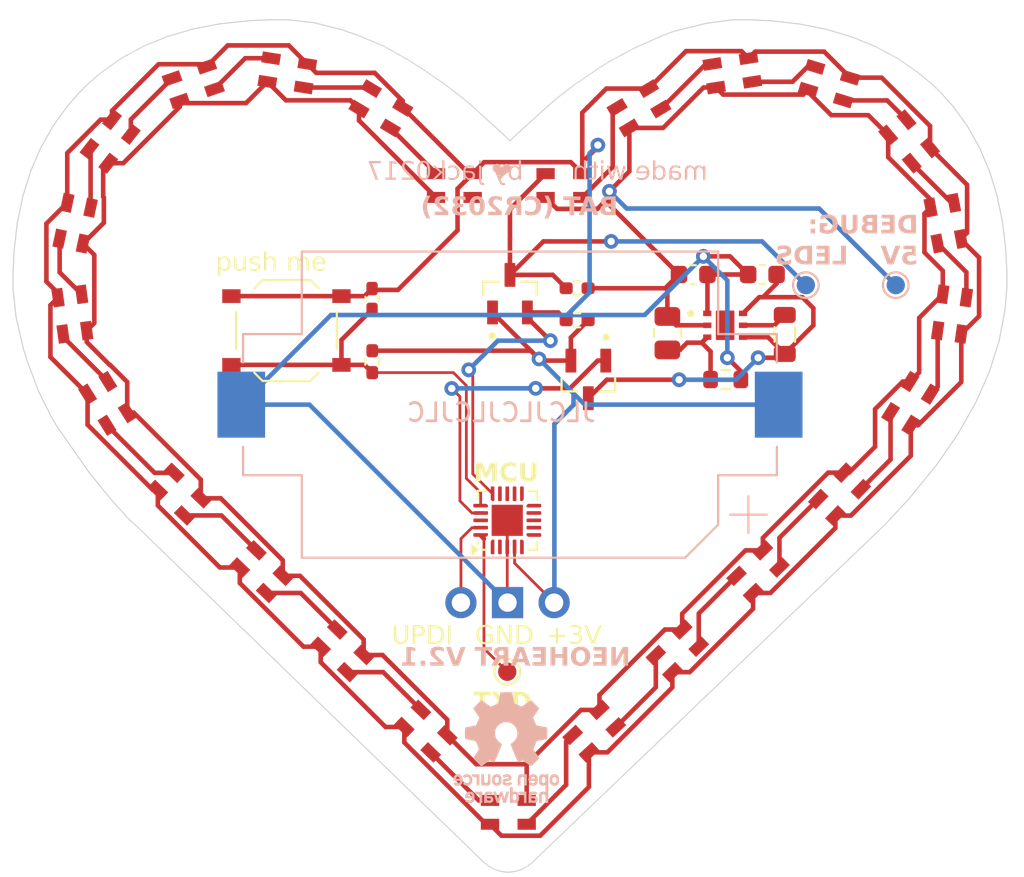
<source format=kicad_pcb>
(kicad_pcb (version 20240108) (generator "pcbnew") (generator_version "8.0")
  (layers (0 "F.Cu" signal) (31 "B.Cu" signal) (34 "B.Paste" user) (35 "F.Paste" user) (36 "B.SilkS" user "B.Silkscreen") (37 "F.SilkS" user "F.Silkscreen") (38 "B.Mask" user) (39 "F.Mask" user) (44 "Edge.Cuts" user))
  (net 0 "")
  (net 1 "+3V0")
  (net 2 "GND")
  (net 3 "/SW_ANIM")
  (net 4 "+5V")
  (net 5 "Net-(D3-DOUT)")
  (net 6 "Net-(D25-DOUT)")
  (net 7 "Net-(D6-DOUT)")
  (net 8 "Net-(D10-DIN)")
  (net 9 "Net-(D16-DOUT)")
  (net 10 "Net-(D17-DOUT)")
  (net 11 "Net-(D18-DOUT)")
  (net 12 "Net-(D19-DOUT)")
  (net 13 "Net-(D20-DOUT)")
  (net 14 "Net-(D21-DOUT)")
  (net 15 "Net-(D22-DOUT)")
  (net 16 "Net-(D23-DOUT)")
  (net 17 "Net-(D1-DOUT)")
  (net 18 "/IO_LEDS")
  (net 19 "Net-(D2-DOUT)")
  (net 20 "Net-(D2-DIN)")
  (net 21 "Net-(D4-DOUT)")
  (net 22 "Net-(D5-DOUT)")
  (net 23 "Net-(D11-DIN)")
  (net 24 "Net-(D12-DIN)")
  (net 25 "Net-(D10-DOUT)")
  (net 26 "Net-(D11-DOUT)")
  (net 27 "Net-(U2-L)")
  (net 28 "/BOOST_3V0")
  (net 29 "/LED_DATA")
  (net 30 "Net-(U2-FB)")
  (net 31 "/UPDI")
  (net 32 "/BOOST_MOSFET")
  (net 33 "Net-(D12-DOUT)")
  (net 34 "Net-(D13-DOUT)")
  (net 35 "Net-(D14-DOUT)")
  (net 37 "/TX")
  (footprint "lib:LED_SK6805_PLCC4_2.4x2.7mm_P1.3mm" (layer "F.Cu") (at 53.26 35.205 180)
    (property "Reference" "D1" (hide yes))
    (property "Value" "SK6805")
  )
  (footprint "lib:LED_SK6805_PLCC4_2.4x2.7mm_P1.3mm" (layer "F.Cu") (at 62.44 29.06 -171)
    (property "Reference" "D7" (hide yes))
    (property "Value" "SK6805")
  )
  (footprint "lib:LED_SK6805_PLCC4_2.4x2.7mm_P1.3mm" (layer "F.Cu") (at 72.08 32.8 130)
    (property "Reference" "D13" (hide yes))
    (property "Value" "SK6805")
  )
  (footprint "Connector_PinHeader_2.54mm:PinHeader_1x03_P2.54mm_Vertical" (layer "F.Cu") (at 47.645 57.96 90)
    (property "Reference" "J1")
    (property "Value" "Conn_01x03")
  )
  (footprint "Inductor_SMD:L_0805_2012Metric" (layer "F.Cu") (at 65.3 43.33 90)
    (property "Reference" "L1" (hide yes))
    (property "Value" "MLP2012V4R7MT0S1")
  )
  (footprint "lib:LED_SK6805_PLCC4_2.4x2.7mm_P1.3mm" (layer "F.Cu") (at 28.37 47.09 -58)
    (property "Reference" "D21" (hide yes))
    (property "Value" "SK6805")
  )
  (footprint "lib:LED_SK6805_PLCC4_2.4x2.7mm_P1.3mm" (layer "F.Cu") (at 57.35 30.99 -149)
    (property "Reference" "D4" (hide yes))
    (property "Value" "SK6805")
  )
  (footprint "lib:LED_SK6805_PLCC4_2.4x2.7mm_P1.3mm" (layer "F.Cu") (at 45.73 64.97 -44)
    (property "Reference" "D11" (hide yes))
    (property "Value" "SK6805")
  )
  (footprint "lib:LED_SK6805_PLCC4_2.4x2.7mm_P1.3mm" (layer "F.Cu") (at 74.08 37.26 101)
    (property "Reference" "D16" (hide yes))
    (property "Value" "SK6805")
  )
  (footprint "lib:LED_SK6805_PLCC4_2.4x2.7mm_P1.3mm" (layer "F.Cu") (at 43.28 30.99 149)
    (property "Reference" "D12" (hide yes))
    (property "Value" "SK6805")
  )
  (footprint "Resistor_SMD:R_0402_1005Metric_Pad0.72x0.64mm_HandSolder" (layer "F.Cu") (at 53.98 40.81 180)
    (property "Reference" "R5" (hide yes))
    (property "Value" "10K")
  )
  (footprint "lib:LED_SK6805_PLCC4_2.4x2.7mm_P1.3mm" (layer "F.Cu") (at 74.42 42.22 82)
    (property "Reference" "D18" (hide yes))
    (property "Value" "SK6805")
  )
  (footprint "lib:LED_SK6805_PLCC4_2.4x2.7mm_P1.3mm" (layer "F.Cu") (at 67.72 29.65 163)
    (property "Reference" "D10" (hide yes))
    (property "Value" "SK6805")
  )
  (footprint "Resistor_SMD:R_0402_1005Metric_Pad0.72x0.64mm_HandSolder" (layer "F.Cu") (at 53.98 42.56 180)
    (property "Reference" "R4" (hide yes))
    (property "Value" "10K")
  )
  (footprint "lib:SOT95P237X112-3N" (layer "F.Cu") (at 50.317973 41.105 90)
    (property "Reference" "Q2" (hide yes))
    (property "Value" "BSS138")
  )
  (footprint "Resistor_SMD:R_0805_2012Metric" (layer "F.Cu") (at 58.9 43.26 90)
    (property "Reference" "R2" (hide yes))
    (property "Value" "180kΩ")
  )
  (footprint "Button_Switch_SMD:SW_Push_1P1T_XKB_TS-1187A" (layer "F.Cu") (at 38.13 43.115)
    (property "Reference" "SW-ANIM1")
    (property "Value" "TS-1187A-B-A-B")
  )
  (footprint "lib:LED_SK6805_PLCC4_2.4x2.7mm_P1.3mm" (layer "F.Cu") (at 63.84 56.27 44)
    (property "Reference" "D24" (hide yes))
    (property "Value" "SK6805")
  )
  (footprint "lib:SON65P200X200X80-7N" (layer "F.Cu") (at 62.05 42.83)
    (property "Reference" "U2" (hide yes))
    (property "Value" "TPS61240TDRVRQ1")
  )
  (footprint "lib:LED_SK6805_PLCC4_2.4x2.7mm_P1.3mm" (layer "F.Cu") (at 36.76 56.27 -44)
    (property "Reference" "D17" (hide yes))
    (property "Value" "SK6805")
  )
  (footprint "lib:LED_SK6805_PLCC4_2.4x2.7mm_P1.3mm" (layer "F.Cu") (at 32.29 52.04 -44)
    (property "Reference" "D19" (hide yes))
    (property "Value" "SK6805")
  )
  (footprint "lib:LED_SK6805_PLCC4_2.4x2.7mm_P1.3mm" (layer "F.Cu") (at 47.285 35.205 180)
    (property "Reference" "D15" (hide yes))
    (property "Value" "SK6805")
  )
  (footprint "Package_DFN_QFN:VQFN-20-1EP_3x3mm_P0.4mm_EP1.7x1.7mm" (layer "F.Cu") (at 50.17 53.47 90)
    (property "Reference" "MCU1")
    (property "Value" "ATtiny816-MNR")
  )
  (footprint "lib:LED_SK6805_PLCC4_2.4x2.7mm_P1.3mm" (layer "F.Cu") (at 68.287088 52.04 46)
    (property "Reference" "D22" (hide yes))
    (property "Value" "SK6805")
  )
  (footprint "Capacitor_SMD:C_0603_1608Metric" (layer "F.Cu") (at 64.08 40.06 180)
    (property "Reference" "C3" (hide yes))
    (property "Value" "22μF")
  )
  (footprint "lib:LED_SK6805_PLCC4_2.4x2.7mm_P1.3mm" (layer "F.Cu") (at 41.17 60.59 -44)
    (property "Reference" "D14" (hide yes))
    (property "Value" "SK6805")
  )
  (footprint "lib:LED_SK6805_PLCC4_2.4x2.7mm_P1.3mm" (layer "F.Cu") (at 33.05 29.65 -161)
    (property "Reference" "D6" (hide yes))
    (property "Value" "SK6805")
  )
  (footprint "Resistor_SMD:R_0603_1608Metric" (layer "F.Cu") (at 62.08 45.79 180)
    (property "Reference" "R3" (hide yes))
    (property "Value" "1,5MΩ")
  )
  (footprint "Capacitor_SMD:C_0603_1608Metric" (layer "F.Cu") (at 60.31 40.06)
    (property "Reference" "C4" (hide yes))
    (property "Value" "22μF")
  )
  (footprint "Capacitor_SMD:C_0402_1005Metric_Pad0.74x0.62mm_HandSolder" (layer "F.Cu") (at 42.8 41.395 90)
    (property "Reference" "C2" (hide yes))
    (property "Value" "100nF")
  )
  (footprint "lib:LED_SK6805_PLCC4_2.4x2.7mm_P1.3mm" (layer "F.Cu") (at 28.52 32.8 -128)
    (property "Reference" "D3" (hide yes))
    (property "Value" "SK6805")
  )
  (footprint "lib:LED_SK6805_PLCC4_2.4x2.7mm_P1.3mm" (layer "F.Cu") (at 50.23 69.4)
    (property "Reference" "D8" (hide yes))
    (property "Value" "SK6805")
  )
  (footprint "lib:LED_SK6805_PLCC4_2.4x2.7mm_P1.3mm" (layer "F.Cu") (at 72.15 47.09 58)
    (property "Reference" "D20" (hide yes))
    (property "Value" "SK6805")
  )
  (footprint "lib:LED_SK6805_PLCC4_2.4x2.7mm_P1.3mm" (layer "F.Cu") (at 38.18 29.06 171)
    (property "Reference" "D9" (hide yes))
    (property "Value" "SK6805")
  )
  (footprint "lib:LED_SK6805_PLCC4_2.4x2.7mm_P1.3mm" (layer "F.Cu") (at 26.46 42.22 -82)
    (property "Reference" "D23" (hide yes))
    (property "Value" "SK6805")
  )
  (footprint "lib:LED_SK6805_PLCC4_2.4x2.7mm_P1.3mm" (layer "F.Cu") (at 54.91 64.97 43)
    (property "Reference" "D5" (hide yes))
    (property "Value" "SK6805")
  )
  (footprint "lib:SOT95P237X112-3N" (layer "F.Cu") (at 54.59 45.7825 -90)
    (property "Reference" "Q1" (hide yes))
    (property "Value" "A1SHB")
  )
  (footprint "Resistor_SMD:R_0402_1005Metric_Pad0.72x0.64mm_HandSolder" (layer "F.Cu") (at 42.81 44.815 -90)
    (property "Reference" "R1" (hide yes))
    (property "Value" "1K")
  )
  (footprint "lib:LED_SK6805_PLCC4_2.4x2.7mm_P1.3mm" (layer "F.Cu") (at 26.61 37.26 -102)
    (property "Reference" "D25" (hide yes))
    (property "Value" "SK6805")
  )
  (footprint "TestPoint:TestPoint_Pad_D1.0mm" (layer "F.Cu") (at 50.17 61.73)
    (property "Reference" "TP4")
    (property "Value" "PC3")
  )
  (footprint "lib:LED_SK6805_PLCC4_2.4x2.7mm_P1.3mm" (layer "F.Cu") (at 59.44 60.59 44)
    (property "Reference" "D2" (hide yes))
    (property "Value" "SK6805")
  )
  (footprint "Battery:BatteryHolder_Keystone_1060_1x2032" (layer "B.Cu") (at 50.317973 47.16 180)
    (property "Reference" "BT1")
    (property "Value" "Battery")
  )
  (footprint "Symbol:OSHW-Logo_5.7x6mm_SilkScreen" (layer "B.Cu") (at 50.12 65.87 180)
    (property "Reference" "REF**" (hide yes))
    (property "Value" "OSHW-Logo_5.7x6mm_SilkScreen" (hide yes))
  )
  (footprint "TestPoint:TestPoint_Pad_D1.0mm" (layer "B.Cu") (at 71.351968 40.64 180)
    (property "Reference" "TP2")
    (property "Value" "PC3")
  )
  (footprint "TestPoint:TestPoint_Pad_D1.0mm" (layer "B.Cu") (at 66.45 40.64 180)
    (property "Reference" "TP1")
    (property "Value" "PC3")
  )
  (gr_line (start 50.219561 72.663989) (end 50.127359 72.663989) (stroke (width 0.06)) (layer "Edge.Cuts"))
  (gr_line (start 70.934378 53.525521) (end 70.514821 53.945154) (stroke (width 0.06)) (layer "Edge.Cuts"))
  (gr_line (start 26.828767 30.143322) (end 27.066892 29.905654) (stroke (width 0.06)) (layer "Edge.Cuts"))
  (gr_line (start 43.409033 27.590546) (end 44.899429 28.427755) (stroke (width 0.06)) (layer "Edge.Cuts"))
  (gr_line (start 29.234408 53.058339) (end 29.152547 52.976576) (stroke (width 0.06)) (layer "Edge.Cuts"))
  (gr_line (start 45.465748 28.797325) (end 46.734173 29.659224) (stroke (width 0.06)) (layer "Edge.Cuts"))
  (gr_line (start 49.851286 72.626782) (end 49.492765 72.515987) (stroke (width 0.06)) (layer "Edge.Cuts"))
  (gr_line (start 58.766 26.974545) (end 59.086498 26.851787) (stroke (width 0.06)) (layer "Edge.Cuts"))
  (gr_line (start 70.514821 53.945154) (end 51.598781 72.07281) (stroke (width 0.06)) (layer "Edge.Cuts"))
  (gr_line (start 25.638142 48.378058) (end 25.490558 48.132161) (stroke (width 0.06)) (layer "Edge.Cuts"))
  (gr_line (start 23.384634 42.344009) (end 23.224644 40.847441) (stroke (width 0.06)) (layer "Edge.Cuts"))
  (gr_line (start 77.350952 38.727862) (end 77.411302 39.943252) (stroke (width 0.06)) (layer "Edge.Cuts"))
  (gr_line (start 29.152547 52.976576) (end 28.917325 52.72222) (stroke (width 0.06)) (layer "Edge.Cuts"))
  (gr_line (start 28.09835 51.755623) (end 27.693629 51.255523) (stroke (width 0.06)) (layer "Edge.Cuts"))
  (gr_line (start 39.62837 26.321816) (end 41.229104 26.728648) (stroke (width 0.06)) (layer "Edge.Cuts"))
  (gr_line (start 52.386689 30.866384) (end 52.583894 30.694096) (stroke (width 0.06)) (layer "Edge.Cuts"))
  (gr_line (start 55.440937 28.624961) (end 55.711752 28.45252) (stroke (width 0.06)) (layer "Edge.Cuts"))
  (gr_line (start 31.647868 27.072996) (end 33.024193 26.670736) (stroke (width 0.06)) (layer "Edge.Cuts"))
  (gr_line (start 77.411302 40.765602) (end 77.304622 42.015739) (stroke (width 0.06)) (layer "Edge.Cuts"))
  (gr_line (start 25.342547 47.88573) (end 24.628172 46.45698) (stroke (width 0.06)) (layer "Edge.Cuts"))
  (gr_line (start 72.56201 29.037508) (end 73.329725 29.675454) (stroke (width 0.06)) (layer "Edge.Cuts"))
  (gr_line (start 24.012605 44.831939) (end 23.914215 44.487134) (stroke (width 0.06)) (layer "Edge.Cuts"))
  (gr_line (start 77.304622 42.015739) (end 76.984658 43.69252) (stroke (width 0.06)) (layer "Edge.Cuts"))
  (gr_line (start 25.490558 48.132161) (end 25.342547 47.88573) (stroke (width 0.06)) (layer "Edge.Cuts"))
  (gr_line (start 27.362487 50.841681) (end 25.638142 48.378058) (stroke (width 0.06)) (layer "Edge.Cuts"))
  (gr_line (start 77.411302 40.348864) (end 77.411302 40.765602) (stroke (width 0.06)) (layer "Edge.Cuts"))
  (gr_line (start 55.711752 28.45252) (end 57.189727 27.664155) (stroke (width 0.06)) (layer "Edge.Cuts"))
  (gr_line (start 51.598781 72.07281) (end 51.527229 72.143918) (stroke (width 0.06)) (layer "Edge.Cuts"))
  (gr_line (start 76.450115 45.378064) (end 75.699317 47.072981) (stroke (width 0.06)) (layer "Edge.Cuts"))
  (gr_line (start 59.086498 26.851787) (end 59.406385 26.752956) (stroke (width 0.06)) (layer "Edge.Cuts"))
  (gr_line (start 25.385546 31.99422) (end 26.166071 30.907761) (stroke (width 0.06)) (layer "Edge.Cuts"))
  (gr_line (start 77.171044 37.192889) (end 77.350952 38.727862) (stroke (width 0.06)) (layer "Edge.Cuts"))
  (gr_line (start 47.854922 30.521655) (end 48.052052 30.694096) (stroke (width 0.06)) (layer "Edge.Cuts"))
  (gr_line (start 59.406385 26.752956) (end 61.007576 26.358621) (stroke (width 0.06)) (layer "Edge.Cuts"))
  (gr_line (start 29.454345 53.319628) (end 29.285257 53.126233) (stroke (width 0.06)) (layer "Edge.Cuts"))
  (gr_line (start 41.869489 26.950237) (end 43.409033 27.590546) (stroke (width 0.06)) (layer "Edge.Cuts"))
  (gr_line (start 27.55967 51.088035) (end 27.362487 50.841681) (stroke (width 0.06)) (layer "Edge.Cuts"))
  (gr_line (start 37.707292 26.161796) (end 38.187276 26.161796) (stroke (width 0.06)) (layer "Edge.Cuts"))
  (gr_line (start 51.286132 72.331193) (end 50.945975 72.515987) (stroke (width 0.06)) (layer "Edge.Cuts"))
  (gr_line (start 50.145571 32.590409) (end 50.318011 32.762697) (stroke (width 0.06)) (layer "Edge.Cuts"))
  (gr_line (start 73.56907 29.905654) (end 73.807576 30.135093) (stroke (width 0.06)) (layer "Edge.Cuts"))
  (gr_line (start 29.172389 28.239999) (end 30.364256 27.595042) (stroke (width 0.06)) (layer "Edge.Cuts"))
  (gr_line (start 73.807576 30.135093) (end 74.469449 30.879643) (stroke (width 0.06)) (layer "Edge.Cuts"))
  (gr_line (start 41.549449 26.851787) (end 41.869489 26.950237) (stroke (width 0.06)) (layer "Edge.Cuts"))
  (gr_line (start 68.987621 27.109724) (end 70.271667 27.638476) (stroke (width 0.06)) (layer "Edge.Cuts"))
  (gr_line (start 50.490376 32.590409) (end 52.386689 30.866384) (stroke (width 0.06)) (layer "Edge.Cuts"))
  (gr_line (start 76.450573 34.388272) (end 76.871044 35.745546) (stroke (width 0.06)) (layer "Edge.Cuts"))
  (gr_line (start 23.464423 37.206986) (end 23.764559 35.77153) (stroke (width 0.06)) (layer "Edge.Cuts"))
  (gr_line (start 24.628172 46.45698) (end 24.012605 44.831939) (stroke (width 0.06)) (layer "Edge.Cuts"))
  (gr_line (start 48.840036 72.07281) (end 30.022781 53.846323) (stroke (width 0.06)) (layer "Edge.Cuts"))
  (gr_line (start 23.914215 44.487134) (end 23.791017 44.117564) (stroke (width 0.06)) (layer "Edge.Cuts"))
  (gr_line (start 50.318011 32.762697) (end 50.490376 32.590409) (stroke (width 0.06)) (layer "Edge.Cuts"))
  (gr_line (start 72.14032 52.212976) (end 70.934378 53.525521) (stroke (width 0.06)) (layer "Edge.Cuts"))
  (gr_line (start 27.304605 29.667529) (end 28.073547 29.009009) (stroke (width 0.06)) (layer "Edge.Cuts"))
  (gr_line (start 55.169818 28.797325) (end 55.440937 28.624961) (stroke (width 0.06)) (layer "Edge.Cuts"))
  (gr_line (start 23.224644 40.847441) (end 23.224644 40.348864) (stroke (width 0.06)) (layer "Edge.Cuts"))
  (gr_line (start 27.066892 29.905654) (end 27.304605 29.667529) (stroke (width 0.06)) (layer "Edge.Cuts"))
  (gr_line (start 34.493024 26.386281) (end 36.053676 26.217193) (stroke (width 0.06)) (layer "Edge.Cuts"))
  (gr_line (start 23.791017 44.117564) (end 23.384634 42.344009) (stroke (width 0.06)) (layer "Edge.Cuts"))
  (gr_line (start 74.731577 48.777118) (end 73.545524 50.490627) (stroke (width 0.06)) (layer "Edge.Cuts"))
  (gr_line (start 23.284589 38.732053) (end 23.464423 37.206986) (stroke (width 0.06)) (layer "Edge.Cuts"))
  (gr_line (start 28.917325 52.72222) (end 28.544417 52.294357) (stroke (width 0.06)) (layer "Edge.Cuts"))
  (gr_line (start 37.293907 26.161796) (end 37.707292 26.161796) (stroke (width 0.06)) (layer "Edge.Cuts"))
  (gr_line (start 41.229104 26.728648) (end 41.549449 26.851787) (stroke (width 0.06)) (layer "Edge.Cuts"))
  (gr_line (start 28.544417 52.294357) (end 28.09835 51.755623) (stroke (width 0.06)) (layer "Edge.Cuts"))
  (gr_line (start 74.469449 30.879643) (end 75.249965 31.952844) (stroke (width 0.06)) (layer "Edge.Cuts"))
  (gr_line (start 62.448289 26.161796) (end 62.928654 26.161796) (stroke (width 0.06)) (layer "Edge.Cuts"))
  (gr_line (start 48.052052 30.694096) (end 48.2488 30.866384) (stroke (width 0.06)) (layer "Edge.Cuts"))
  (gr_line (start 71.46313 28.281375) (end 72.56201 29.037508) (stroke (width 0.06)) (layer "Edge.Cuts"))
  (gr_line (start 44.899429 28.427755) (end 45.195009 28.624961) (stroke (width 0.06)) (layer "Edge.Cuts"))
  (gr_line (start 62.928654 26.161796) (end 63.341734 26.161796) (stroke (width 0.06)) (layer "Edge.Cuts"))
  (gr_line (start 33.024193 26.670736) (end 34.493024 26.386281) (stroke (width 0.06)) (layer "Edge.Cuts"))
  (gr_line (start 67.611373 26.696796) (end 68.987621 27.109724) (stroke (width 0.06)) (layer "Edge.Cuts"))
  (gr_line (start 24.725327 33.166252) (end 25.385546 31.99422) (stroke (width 0.06)) (layer "Edge.Cuts"))
  (gr_line (start 50.311382 72.663989) (end 50.219561 72.663989) (stroke (width 0.06)) (layer "Edge.Cuts"))
  (gr_line (start 49.492765 72.515987) (end 49.152532 72.331193) (stroke (width 0.06)) (layer "Edge.Cuts"))
  (gr_line (start 64.581889 26.221384) (end 66.142922 26.400302) (stroke (width 0.06)) (layer "Edge.Cuts"))
  (gr_line (start 24.185 34.425) (end 24.725327 33.166252) (stroke (width 0.06)) (layer "Edge.Cuts"))
  (gr_line (start 48.911131 72.143918) (end 48.840036 72.07281) (stroke (width 0.06)) (layer "Edge.Cuts"))
  (gr_line (start 70.271667 27.638476) (end 71.46313 28.281375) (stroke (width 0.06)) (layer "Edge.Cuts"))
  (gr_line (start 28.073547 29.009009) (end 29.172389 28.239999) (stroke (width 0.06)) (layer "Edge.Cuts"))
  (gr_line (start 45.195009 28.624961) (end 45.465748 28.797325) (stroke (width 0.06)) (layer "Edge.Cuts"))
  (gr_line (start 46.734173 29.659224) (end 47.854922 30.521655) (stroke (width 0.06)) (layer "Edge.Cuts"))
  (gr_line (start 26.166071 30.907761) (end 26.828767 30.143322) (stroke (width 0.06)) (layer "Edge.Cuts"))
  (gr_line (start 52.583894 30.694096) (end 52.780719 30.521655) (stroke (width 0.06)) (layer "Edge.Cuts"))
  (gr_line (start 29.285257 53.126233) (end 29.234408 53.058339) (stroke (width 0.06)) (layer "Edge.Cuts"))
  (gr_line (start 29.983096 53.806623) (end 29.857831 53.695447) (stroke (width 0.06)) (layer "Edge.Cuts"))
  (gr_line (start 66.142922 26.400302) (end 67.611373 26.696796) (stroke (width 0.06)) (layer "Edge.Cuts"))
  (gr_line (start 75.910162 33.123276) (end 76.450573 34.388272) (stroke (width 0.06)) (layer "Edge.Cuts"))
  (gr_line (start 30.364256 27.595042) (end 31.647868 27.072996) (stroke (width 0.06)) (layer "Edge.Cuts"))
  (gr_line (start 53.901392 29.659224) (end 55.169818 28.797325) (stroke (width 0.06)) (layer "Edge.Cuts"))
  (gr_line (start 75.249965 31.952844) (end 75.910162 33.123276) (stroke (width 0.06)) (layer "Edge.Cuts"))
  (gr_line (start 30.022781 53.846323) (end 29.983096 53.806623) (stroke (width 0.06)) (layer "Edge.Cuts"))
  (gr_line (start 29.665182 53.525902) (end 29.454345 53.319628) (stroke (width 0.06)) (layer "Edge.Cuts"))
  (gr_line (start 77.411302 39.943252) (end 77.411302 40.348864) (stroke (width 0.06)) (layer "Edge.Cuts"))
  (gr_line (start 48.2488 30.866384) (end 50.145571 32.590409) (stroke (width 0.06)) (layer "Edge.Cuts"))
  (gr_line (start 23.224644 40.348864) (end 23.224644 39.944547) (stroke (width 0.06)) (layer "Edge.Cuts"))
  (gr_line (start 29.857831 53.695447) (end 29.665182 53.525902) (stroke (width 0.06)) (layer "Edge.Cuts"))
  (gr_line (start 76.871044 35.745546) (end 77.171044 37.192889) (stroke (width 0.06)) (layer "Edge.Cuts"))
  (gr_line (start 57.189727 27.664155) (end 58.766 26.974545) (stroke (width 0.06)) (layer "Edge.Cuts"))
  (gr_line (start 73.329725 29.675454) (end 73.56907 29.905654) (stroke (width 0.06)) (layer "Edge.Cuts"))
  (gr_line (start 23.764559 35.77153) (end 24.185 34.425) (stroke (width 0.06)) (layer "Edge.Cuts"))
  (gr_line (start 50.127359 72.663989) (end 49.851286 72.626782) (stroke (width 0.06)) (layer "Edge.Cuts"))
  (gr_line (start 27.693629 51.255523) (end 27.55967 51.088035) (stroke (width 0.06)) (layer "Edge.Cuts"))
  (gr_line (start 75.699317 47.072981) (end 74.731577 48.777118) (stroke (width 0.06)) (layer "Edge.Cuts"))
  (gr_line (start 38.187276 26.161796) (end 39.62837 26.321816) (stroke (width 0.06)) (layer "Edge.Cuts"))
  (gr_line (start 76.984658 43.69252) (end 76.450115 45.378064) (stroke (width 0.06)) (layer "Edge.Cuts"))
  (gr_line (start 50.945975 72.515987) (end 50.58715 72.626782) (stroke (width 0.06)) (layer "Edge.Cuts"))
  (gr_line (start 73.545524 50.490627) (end 72.14032 52.212976) (stroke (width 0.06)) (layer "Edge.Cuts"))
  (gr_line (start 63.341734 26.161796) (end 64.581889 26.221384) (stroke (width 0.06)) (layer "Edge.Cuts"))
  (gr_line (start 23.224644 39.944547) (end 23.284589 38.732053) (stroke (width 0.06)) (layer "Edge.Cuts"))
  (gr_line (start 49.152532 72.331193) (end 48.911131 72.143918) (stroke (width 0.06)) (layer "Edge.Cuts"))
  (gr_line (start 36.053676 26.217193) (end 37.293907 26.161796) (stroke (width 0.06)) (layer "Edge.Cuts"))
  (gr_line (start 52.780719 30.521655) (end 53.901392 29.659224) (stroke (width 0.06)) (layer "Edge.Cuts"))
  (gr_line (start 50.58715 72.626782) (end 50.311382 72.663989) (stroke (width 0.06)) (layer "Edge.Cuts"))
  (gr_line (start 51.527229 72.143918) (end 51.286132 72.331193) (stroke (width 0.06)) (layer "Edge.Cuts"))
  (gr_line (start 61.007576 26.358621) (end 62.448289 26.161796) (stroke (width 0.06)) (layer "Edge.Cuts"))
  (gr_text "JLCJLCJLCJLC" (at 55.08 48.17 0) (layer "B.SilkS") (effects (font (size 1 1)) (justify left bottom mirror)))
  (gr_text "NEOHEART V2.1" (at 56.887393 61.57 0) (layer "B.SilkS") (effects (font (size 1 1) (thickness 0.25) (bold yes)) (justify left bottom mirror)))
  (gr_text "5V" (at 72.58 39.68 0) (layer "B.SilkS") (effects (font (size 1 1) (thickness 0.25) (bold yes)) (justify left bottom mirror)))
  (gr_text "❤️" (at 49.29 35.09 0) (layer "B.SilkS") (effects (font (size 1 1) (thickness 0.25) (bold yes)) (justify left bottom)))
  (gr_text "BAT (CR2032)" (at 56.209374 36.99 0) (layer "B.SilkS") (effects (font (size 1 1) (thickness 0.25) (bold yes)) (justify left bottom mirror)))
  (gr_text "made with      by jack0217" (at 61.1 35.06 0) (layer "B.SilkS") (effects (font (size 1 1) (thickness 0.1875)) (justify left bottom mirror)))
  (gr_text "DEBUG:" (at 72.58 37.99 0) (layer "B.SilkS") (effects (font (size 1 1) (thickness 0.25) (bold yes)) (justify left bottom mirror)))
  (gr_text "LEDS" (at 68.761026 39.68 0) (layer "B.SilkS") (effects (font (size 1 1) (thickness 0.25) (bold yes)) (justify left bottom mirror)))
  (gr_text "+3V" (at 52.3 60.38 0) (layer "F.SilkS") (effects (font (size 1 1)) (justify left bottom)))
  (gr_text "GND" (at 48.41 60.38 0) (layer "F.SilkS") (effects (font (size 1 1)) (justify left bottom)))
  (gr_text "push me" (at 34.27 40.02 0) (layer "F.SilkS") (effects (font (size 1 1)) (justify left bottom)))
  (gr_text "UPDI" (at 43.86 60.38 0) (layer "F.SilkS") (effects (font (size 1 1)) (justify left bottom)))
  (gr_text "MCU" (at 48.33 51.51 0) (layer "F.SilkS") (effects (font (size 1 1) (thickness 0.25) (bold yes)) (justify left bottom)))
  (gr_text "TXD" (at 48.324013 64.01 0) (layer "F.SilkS") (effects (font (size 1 1) (thickness 0.25) (bold yes)) (justify left bottom)))
  (segment (start 53.64 44.7575) (end 51.995473 44.7575) (width 0.25) (layer "F.Cu") (net 1))
  (segment (start 50.57 54.92) (end 50.57 55.805) (width 0.15) (layer "F.Cu") (net 1))
  (segment (start 53.64 43.4975) (end 54.5775 42.56) (width 0.25) (layer "F.Cu") (net 1))
  (segment (start 50.57 54.92) (end 50.57 55.393224) (width 0.15) (layer "F.Cu") (net 1))
  (segment (start 53.028994 57.89) (end 53.225 57.89) (width 0.15) (layer "F.Cu") (net 1))
  (segment (start 50.57 55.805) (end 52.725 57.96) (width 0.15) (layer "F.Cu") (net 1))
  (segment (start 42.81 44.2175) (end 51.455473 44.2175) (width 0.25) (layer "F.Cu") (net 1))
  (segment (start 51.455473 44.2175) (end 51.995473 44.7575) (width 0.25) (layer "F.Cu") (net 1))
  (segment (start 51.995473 44.7575) (end 49.367973 42.13) (width 0.25) (layer "F.Cu") (net 1))
  (segment (start 53.64 44.7575) (end 53.64 43.4975) (width 0.25) (layer "F.Cu") (net 1))
  (via (at 51.903987 44.666013) (size 0.8) (drill 0.4) (layers "F.Cu" "B.Cu") (net 1))
  (segment (start 54.397974 47.16) (end 64.967973 47.16) (width 0.25) (layer "B.Cu") (net 1))
  (segment (start 51.903987 44.666013) (end 53.782584 46.54461) (width 0.15) (layer "B.Cu") (net 1))
  (segment (start 52.74 57.945) (end 52.725 57.96) (width 0.15) (layer "B.Cu") (net 1))
  (segment (start 52.74 48.217095) (end 52.74 57.945) (width 0.25) (layer "B.Cu") (net 1))
  (segment (start 53.782584 46.54461) (end 53.782584 47.174511) (width 0.25) (layer "B.Cu") (net 1))
  (segment (start 53.782584 47.174511) (end 52.74 48.217095) (width 0.25) (layer "B.Cu") (net 1))
  (segment (start 51.903987 44.666013) (end 54.397974 47.16) (width 0.25) (layer "B.Cu") (net 1))
  (segment (start 39.754934 29.06) (end 42.94215 29.06) (width 0.25) (layer "F.Cu") (net 2))
  (segment (start 35.589132 56.042912) (end 34.502335 56.042912) (width 0.25) (layer "F.Cu") (net 2))
  (segment (start 25.043892 37.284934) (end 26.182116 36.14671) (width 0.25) (layer "F.Cu") (net 2))
  (segment (start 48.285 34.555) (end 47.46 35.38) (width 0.25) (layer "F.Cu") (net 2))
  (segment (start 50.17 53.47) (end 50.17 54.92) (width 0.15) (layer "F.Cu") (net 2))
  (segment (start 31.119132 52.659709) (end 31.119132 51.812912) (width 0.25) (layer "F.Cu") (net 2))
  (segment (start 62.939351 27.874913) (end 63.326006 28.261568) (width 0.25) (layer "F.Cu") (net 2))
  (segment (start 28.001258 31.611809) (end 28.623454 31.611809) (width 0.25) (layer "F.Cu") (net 2))
  (segment (start 63.686907 27.900667) (end 67.446239 27.900667) (width 0.25) (layer "F.Cu") (net 2))
  (segment (start 42.8725 40.9) (end 42.8 40.8275) (width 0.25) (layer "F.Cu") (net 2))
  (segment (start 31.119132 51.812912) (end 30.847028 51.812912) (width 0.25) (layer "F.Cu") (net 2))
  (segment (start 63.326006 28.261568) (end 63.686907 27.900667) (width 0.25) (layer "F.Cu") (net 2))
  (segment (start 68.06 53.88994) (end 64.517711 57.432229) (width 0.25) (layer "F.Cu") (net 2))
  (segment (start 51.965 70.675) (end 49.855 70.675) (width 0.25) (layer "F.Cu") (net 2))
  (segment (start 35.589132 56.889709) (end 35.589132 56.042912) (width 0.25) (layer "F.Cu") (net 2))
  (segment (start 75.242142 35.169658) (end 75.242142 37.784326) (width 0.25) (layer "F.Cu") (net 2))
  (segment (start 59.915283 27.874913) (end 62.939351 27.874913) (width 0.25) (layer "F.Cu") (net 2))
  (segment (start 44.559132 65.58971) (end 44.559132 64.742912) (width 0.25) (layer "F.Cu") (net 2))
  (segment (start 72.56713 48.282496) (end 72.171312 48.282496) (width 0.25) (layer "F.Cu") (net 2))
  (segment (start 72.171312 49.946353) (end 68.906797 53.210868) (width 0.25) (layer "F.Cu") (net 2))
  (segment (start 30.847028 51.812912) (end 27.288849 48.254733) (width 0.25) (layer "F.Cu") (net 2))
  (segment (start 43.532335 64.742912) (end 39.999132 61.209709) (width 0.25) (layer "F.Cu") (net 2))
  (segment (start 48.91 33.93) (end 53.635 33.93) (width 0.25) (layer "F.Cu") (net 2))
  (segment (start 63.572188 57.432229) (end 63.572188 58.297752) (width 0.25) (layer "F.Cu") (net 2))
  (segment (start 61.085 40.06) (end 63.305 40.06) (width 0.25) (layer "F.Cu") (net 2))
  (segment (start 60.86 39.07) (end 62.315 39.07) (width 0.25) (layer "F.Cu") (net 2))
  (segment (start 26.182116 36.14671) (end 26.182116 33.430951) (width 0.25) (layer "F.Cu") (net 2))
  (segment (start 53.635 33.93) (end 54.26 34.555) (width 0.25) (layer "F.Cu") (net 2))
  (segment (start 34.9317 27.562044) (end 38.256978 27.562044) (width 0.25) (layer "F.Cu") (net 2))
  (segment (start 59.172188 62.58415) (end 55.62896 66.127378) (width 0.25) (layer "F.Cu") (net 2))
  (segment (start 74.924501 45.925125) (end 72.56713 48.282496) (width 0.25) (layer "F.Cu") (net 2))
  (segment (start 34.502335 56.042912) (end 31.119132 52.659709) (width 0.25) (layer "F.Cu") (net 2))
  (segment (start 25.263832 41.733515) (end 25.677153 41.320194) (width 0.25) (layer "F.Cu") (net 2))
  (segment (start 44.21 40.9) (end 42.8725 40.9) (width 0.25) (layer "F.Cu") (net 2))
  (segment (start 55.11 33.09) (end 54.26 33.94) (width 0.25) (layer "F.Cu") (net 2))
  (segment (start 26.182116 33.430951) (end 28.001258 31.611809) (width 0.25) (layer "F.Cu") (net 2))
  (segment (start 54.621945 68.018055) (end 51.965 70.675) (width 0.25) (layer "F.Cu") (net 2))
  (segment (start 42.94215 29.06) (end 44.471942 30.589792) (width 0.25) (layer "F.Cu") (net 2))
  (segment (start 61.085 42.17) (end 61.075 42.18) (width 0.25) (layer "F.Cu") (net 2))
  (segment (start 33.663595 28.589541) (end 33.783899 28.709845) (width 0.25) (layer "F.Cu") (net 2))
  (segment (start 68.906797 53.210868) (end 68.06 53.210868) (width 0.25) (layer "F.Cu") (net 2))
  (segment (start 67.446239 27.900667) (end 68.866346 29.320774) (width 0.25) (layer "F.Cu") (net 2))
  (segment (start 55.11 33) (end 55.11 33.09) (width 0.15) (layer "F.Cu") (net 2))
  (segment (start 74.908867 38.148867) (end 75.894514 39.134514) (width 0.25) (layer "F.Cu") (net 2))
  (segment (start 44.471942 30.589792) (end 44.471942 30.947879) (width 0.25) (layer "F.Cu") (net 2))
  (segment (start 64.517711 57.432229) (end 63.572188 57.432229) (width 0.25) (layer "F.Cu") (net 2))
  (segment (start 39.999132 61.209709) (end 39.999132 60.362912) (width 0.25) (layer "F.Cu") (net 2))
  (segment (start 61.085 40.06) (end 61.085 42.17) (width 0.25) (layer "F.Cu") (net 2))
  (segment (start 72.171312 48.282496) (end 72.171312 49.946353) (width 0.25) (layer "F.Cu") (net 2))
  (segment (start 47.46 35.38) (end 47.46 37.65) (width 0.25) (layer "F.Cu") (net 2))
  (segment (start 73.220716 31.957819) (end 73.220716 33.148232) (width 0.25) (layer "F.Cu") (net 2))
  (segment (start 28.623454 31.124529) (end 31.158442 28.589541) (width 0.25) (layer "F.Cu") (net 2))
  (segment (start 27.288849 46.586399) (end 25.263832 44.561382) (width 0.25) (layer "F.Cu") (net 2))
  (segment (start 55.62896 66.127378) (end 54.621945 66.127378) (width 0.25) (layer "F.Cu") (net 2))
  (segment (start 25.263832 44.561382) (end 25.263832 41.733515) (width 0.25) (layer "F.Cu") (net 2))
  (segment (start 73.220716 33.148232) (end 75.242142 35.169658) (width 0.25) (layer "F.Cu") (net 2))
  (segment (start 54.621945 66.127378) (end 54.621945 68.018055) (width 0.25) (layer "F.Cu") (net 2))
  (segment (start 49.019422 70.05) (end 44.559132 65.58971) (width 0.25) (layer "F.Cu") (net 2))
  (segment (start 48.079063 34.555) (end 48.285 34.555) (width 0.25) (layer "F.Cu") (net 2))
  (segment (start 28.623454 31.611809) (end 28.623454 31.124529) (width 0.25) (layer "F.Cu") (net 2))
  (segment (start 38.256978 27.562044) (end 39.269371 28.574437) (width 0.25) (layer "F.Cu") (net 2))
  (segment (start 47.46 37.65) (end 44.21 40.9) (width 0.25) (layer "F.Cu") (net 2))
  (segment (start 49.23 70.05) (end 49.019422 70.05) (width 0.25) (layer "F.Cu") (net 2))
  (segment (start 75.242142 37.784326) (end 74.908867 38.117601) (width 0.25) (layer "F.Cu") (net 2))
  (segment (start 25.677153 41.320194) (end 25.677153 41.077153) (width 0.25) (layer "F.Cu") (net 2))
  (segment (start 25.043892 40.443892) (end 25.043892 37.284934) (width 0.25) (layer "F.Cu") (net 2))
  (segment (start 57.872393 29.917803) (end 59.915283 27.874913) (width 0.25) (layer "F.Cu") (net 2))
  (segment (start 75.894514 39.134514) (end 75.894514 42.330718) (width 0.25) (layer "F.Cu") (net 2))
  (segment (start 50.17 54.92) (end 50.17 57.945) (width 0.15) (layer "F.Cu") (net 2))
  (segment (start 62.17 44.6) (end 62.905 45.335) (width 0.25) (layer "F.Cu") (net 2))
  (segment (start 44.471942 30.947879) (end 48.079063 34.555) (width 0.25) (layer "F.Cu") (net 2))
  (segment (start 62.905 45.335) (end 62.905 45.79) (width 0.25) (layer "F.Cu") (net 2))
  (segment (start 50.17 57.945) (end 50.185 57.96) (width 0.15) (layer "F.Cu") (net 2))
  (segment (start 54.26 34.555) (end 54.26 31.23) (width 0.25) (layer "F.Cu") (net 2))
  (segment (start 55.572197 29.917803) (end 57.872393 29.917803) (width 0.25) (layer "F.Cu") (net 2))
  (segment (start 42.3875 41.24) (end 42.8 40.8275) (width 0.25) (layer "F.Cu") (net 2))
  (segment (start 35.13 41.24) (end 41.13 41.24) (width 0.25) (layer "F.Cu") (net 2))
  (segment (start 59.172188 61.752229) (end 59.172188 62.58415) (width 0.25) (layer "F.Cu") (net 2))
  (segment (start 74.924501 43.300731) (end 74.924501 45.925125) (width 0.25) (layer "F.Cu") (net 2))
  (segment (start 41.13 41.24) (end 42.3875 41.24) (width 0.25) (layer "F.Cu") (net 2))
  (segment (start 63.572188 58.297752) (end 60.117711 61.752229) (width 0.25) (layer "F.Cu") (net 2))
  (segment (start 39.062335 60.362912) (end 35.589132 56.889709) (width 0.25) (layer "F.Cu") (net 2))
  (segment (start 48.285 34.555) (end 48.91 33.93) (width 0.25) (layer "F.Cu") (net 2))
  (segment (start 74.908867 38.117601) (end 74.908867 38.148867) (width 0.25) (layer "F.Cu") (net 2))
  (segment (start 39.999132 60.362912) (end 39.062335 60.362912) (width 0.25) (layer "F.Cu") (net 2))
  (segment (start 75.894514 42.330718) (end 74.924501 43.300731) (width 0.25) (layer "F.Cu") (net 2))
  (segment (start 70.583671 29.320774) (end 73.220716 31.957819) (width 0.25) (layer "F.Cu") (net 2))
  (segment (start 44.559132 64.742912) (end 43.532335 64.742912) (width 0.25) (layer "F.Cu") (net 2))
  (segment (start 60.117711 61.752229) (end 59.172188 61.752229) (width 0.25) (layer "F.Cu") (net 2))
  (segment (start 33.783899 28.709845) (end 34.9317 27.562044) (width 0.25) (layer "F.Cu") (net 2))
  (segment (start 68.06 53.210868) (end 68.06 53.88994) (width 0.25) (layer "F.Cu") (net 2))
  (segment (start 49.855 70.675) (end 49.23 70.05) (width 0.25) (layer "F.Cu") (net 2))
  (segment (start 27.288849 48.254733) (end 27.288849 46.586399) (width 0.25) (layer "F.Cu") (net 2))
  (segment (start 31.158442 28.589541) (end 33.663595 28.589541) (width 0.25) (layer "F.Cu") (net 2))
  (segment (start 25.677153 41.077153) (end 25.043892 40.443892) (width 0.25) (layer "F.Cu") (net 2))
  (segment (start 54.26 31.23) (end 55.572197 29.917803) (width 0.25) (layer "F.Cu") (net 2))
  (segment (start 62.315 39.07) (end 63.305 40.06) (width 0.25) (layer "F.Cu") (net 2))
  (segment (start 39.269371 28.574437) (end 39.754934 29.06) (width 0.25) (layer "F.Cu") (net 2))
  (segment (start 54.26 33.94) (end 54.26 34.555) (width 0.15) (layer "F.Cu") (net 2))
  (segment (start 68.866346 29.320774) (end 70.583671 29.320774) (width 0.25) (layer "F.Cu") (net 2))
  (via (at 55.11 33) (size 0.8) (drill 0.4) (layers "F.Cu" "B.Cu") (net 2))
  (via (at 62.17 44.6) (size 0.8) (drill 0.4) (layers "F.Cu" "B.Cu") (net 2))
  (via (at 60.86 39.07) (size 0.8) (drill 0.4) (layers "F.Cu" "B.Cu") (net 2))
  (segment (start 54.66 33.45) (end 55.11 33) (width 0.25) (layer "B.Cu") (net 2))
  (segment (start 62.17 44.6) (end 62.17 40.38) (width 0.25) (layer "B.Cu") (net 2))
  (segment (start 40.557973 42.27) (end 35.667973 47.16) (width 0.25) (layer "B.Cu") (net 2))
  (segment (start 39.385 47.16) (end 35.667973 47.16) (width 0.25) (layer "B.Cu") (net 2))
  (segment (start 54.66 41.04) (end 54.66 33.45) (width 0.25) (layer "B.Cu") (net 2))
  (segment (start 53.43 42.27) (end 54.66 41.04) (width 0.25) (layer "B.Cu") (net 2))
  (segment (start 57.66 42.27) (end 53.43 42.27) (width 0.25) (layer "B.Cu") (net 2))
  (segment (start 60.86 39.07) (end 57.66 42.27) (width 0.25) (layer "B.Cu") (net 2))
  (segment (start 50.185 57.96) (end 39.385 47.16) (width 0.25) (layer "B.Cu") (net 2))
  (segment (start 55.11 33.32) (end 55.11 33) (width 0.15) (layer "B.Cu") (net 2))
  (segment (start 53.43 42.27) (end 40.557973 42.27) (width 0.25) (layer "B.Cu") (net 2))
  (segment (start 62.17 40.38) (end 60.86 39.07) (width 0.25) (layer "B.Cu") (net 2))
  (segment (start 48.72 52.67) (end 48.72 51.960686) (width 0.15) (layer "F.Cu") (net 3))
  (segment (start 47.2325 45.4125) (end 42.81 45.4125) (width 0.15) (layer "F.Cu") (net 3))
  (segment (start 35.13 44.99) (end 41.13 44.99) (width 0.25) (layer "F.Cu") (net 3))
  (segment (start 41.13 44.99) (end 42.3875 44.99) (width 0.25) (layer "F.Cu") (net 3))
  (segment (start 48.72 51.960686) (end 47.94 51.180685) (width 0.15) (layer "F.Cu") (net 3))
  (segment (start 41.13 43.6325) (end 41.13 44.99) (width 0.25) (layer "F.Cu") (net 3))
  (segment (start 42.3875 44.99) (end 42.81 45.4125) (width 0.25) (layer "F.Cu") (net 3))
  (segment (start 47.94 46.12) (end 47.2325 45.4125) (width 0.15) (layer "F.Cu") (net 3))
  (segment (start 42.8 41.9625) (end 41.13 43.6325) (width 0.25) (layer "F.Cu") (net 3))
  (segment (start 47.94 51.180685) (end 47.94 46.12) (width 0.15) (layer "F.Cu") (net 3))
  (segment (start 38.867665 56.497088) (end 37.930868 56.497088) (width 0.25) (layer "F.Cu") (net 4))
  (segment (start 64.107812 55.107771) (end 63.162289 55.107771) (width 0.25) (layer "F.Cu") (net 4))
  (segment (start 52.885 36.48) (end 52.26 35.855) (width 0.25) (layer "F.Cu") (net 4))
  (segment (start 56.827607 34.432393) (end 56.827607 32.062197) (width 0.25) (layer "F.Cu") (net 4))
  (segment (start 70.939284 32.451768) (end 70.939284 33.659284) (width 0.25) (layer "F.Cu") (net 4))
  (segment (start 33.460868 52.267088) (end 33.460868 51.249564) (width 0.25) (layer "F.Cu") (net 4))
  (segment (start 29.451151 47.593601) (end 29.451151 45.925267) (width 0.25) (layer "F.Cu") (net 4))
  (segment (start 28.14 34.264737) (end 28.416546 33.988191) (width 0.25) (layer "F.Cu") (net 4))
  (segment (start 55.74 36.265) (end 59.535 40.06) (width 0.25) (layer "F.Cu") (net 4))
  (segment (start 37.090629 29.545563) (end 38.103022 30.557956) (width 0.25) (layer "F.Cu") (net 4))
  (segment (start 29.451151 45.925267) (end 28.515388 44.989504) (width 0.25) (layer "F.Cu") (net 4))
  (segment (start 35.925733 30.710459) (end 37.090629 29.545563) (width 0.25) (layer "F.Cu") (net 4))
  (segment (start 58.762289 59.427771) (end 55.198055 62.992005) (width 0.25) (layer "F.Cu") (net 4))
  (segment (start 63.162289 55.107771) (end 59.707812 58.562248) (width 0.25) (layer "F.Cu") (net 4))
  (segment (start 46.900868 64.35029) (end 43.367666 60.817088) (width 0.25) (layer "F.Cu") (net 4))
  (segment (start 29.235351 33.988191) (end 32.316101 30.907441) (width 0.25) (layer "F.Cu") (net 4))
  (segment (start 55.74 35.52) (end 56.827607 34.432393) (width 0.25) (layer "F.Cu") (net 4))
  (segment (start 29.804905 47.593601) (end 29.451151 47.593601) (width 0.25) (layer "F.Cu") (net 4))
  (segment (start 28.176108 37.235066) (end 28.176108 35.855674) (width 0.25) (layer "F.Cu") (net 4))
  (segment (start 66.573654 30.103654) (end 67.84 31.37) (width 0.25) (layer "F.Cu") (net 4))
  (segment (start 73.251133 36.402399) (end 72.917858 36.735674) (width 0.25) (layer "F.Cu") (net 4))
  (segment (start 54.5775 40.81) (end 58.785 40.81) (width 0.25) (layer "F.Cu") (net 4))
  (segment (start 70.224475 49.455525) (end 68.810868 50.869132) (width 0.25) (layer "F.Cu") (net 4))
  (segment (start 56.827607 32.062197) (end 58.667803 32.062197) (width 0.25) (layer "F.Cu") (net 4))
  (segment (start 70.224475 47.405899) (end 70.224475 49.455525) (width 0.25) (layer "F.Cu") (net 4))
  (segment (start 42.340868 60.817088) (end 42.340868 59.970291) (width 0.25) (layer "F.Cu") (net 4))
  (segment (start 72.63 45.396192) (end 72.128688 45.897504) (width 0.25) (layer "F.Cu") (net 4))
  (segment (start 68.514176 50.869132) (end 67.667379 50.869132) (width 0.25) (layer "F.Cu") (net 4))
  (segment (start 72.63 42.424768) (end 72.63 45.396192) (width 0.25) (layer "F.Cu") (net 4))
  (segment (start 55.74 35.825) (end 55.085 36.48) (width 0.25) (layer "F.Cu") (net 4))
  (segment (start 55.198055 63.812622) (end 54.19104 63.812622) (width 0.25) (layer "F.Cu") (net 4))
  (segment (start 61.553994 29.858432) (end 61.940649 30.245087) (width 0.25) (layer "F.Cu") (net 4))
  (segment (start 55.74 35.52) (end 55.74 36.265) (width 0.25) (layer "F.Cu") (net 4))
  (segment (start 28.515388 44.989504) (end 28.489504 44.989504) (width 0.25) (layer "F.Cu") (net 4))
  (segment (start 58.667803 32.062197) (end 60.871568 29.858432) (width 0.25) (layer "F.Cu") (net 4))
  (segment (start 28.14 35.819566) (end 28.14 34.264737) (width 0.25) (layer "F.Cu") (net 4))
  (segment (start 58.9 40.695) (end 59.535 40.06) (width 0.25) (layer "F.Cu") (net 4))
  (segment (start 68.810868 50.869132) (end 68.514176 50.869132) (width 0.25) (layer "F.Cu") (net 4))
  (segment (start 58.9 42.3475) (end 58.9 40.695) (width 0.25) (layer "F.Cu") (net 4))
  (segment (start 27.656168 38.991574) (end 27.037884 38.37329) (width 0.25) (layer "F.Cu") (net 4))
  (segment (start 43.367666 60.817088) (end 42.340868 60.817088) (width 0.25) (layer "F.Cu") (net 4))
  (segment (start 28.176108 35.855674) (end 28.14 35.819566) (width 0.25) (layer "F.Cu") (net 4))
  (segment (start 27.037884 38.37329) (end 28.176108 37.235066) (width 0.25) (layer "F.Cu") (net 4))
  (segment (start 69.857516 31.37) (end 70.939284 32.451768) (width 0.25) (layer "F.Cu") (net 4))
  (segment (start 37.930868 55.650291) (end 34.547665 52.267088) (width 0.25) (layer "F.Cu") (net 4))
  (segment (start 32.316101 30.590155) (end 32.436405 30.710459) (width 0.25) (layer "F.Cu") (net 4))
  (segment (start 41.613893 30.557956) (end 42.088058 31.032121) (width 0.25) (layer "F.Cu") (net 4))
  (segment (start 55.085 36.48) (end 52.885 36.48) (width 0.25) (layer "F.Cu") (net 4))
  (segment (start 33.460868 51.249564) (end 29.804905 47.593601) (width 0.25) (layer "F.Cu") (net 4))
  (segment (start 60.871568 29.858432) (end 61.553994 29.858432) (width 0.25) (layer "F.Cu") (net 4))
  (segment (start 42.340868 59.970291) (end 38.867665 56.497088) (width 0.25) (layer "F.Cu") (net 4))
  (segment (start 32.316101 30.907441) (end 32.316101 30.590155) (width 0.25) (layer "F.Cu") (net 4))
  (segment (start 59.707812 59.427771) (end 58.762289 59.427771) (width 0.25) (layer "F.Cu") (net 4))
  (segment (start 71.73287 45.897504) (end 70.224475 47.405899) (width 0.25) (layer "F.Cu") (net 4))
  (segment (start 28.416546 33.988191) (end 29.235351 33.988191) (width 0.25) (layer "F.Cu") (net 4))
  (segment (start 58.9 42.3475) (end 59.3825 42.83) (width 0.25) (layer "F.Cu") (net 4))
  (segment (start 28.489504 44.989504) (end 27.242847 43.742847) (width 0.25) (layer "F.Cu") (net 4))
  (segment (start 32.436405 30.710459) (end 35.925733 30.710459) (width 0.25) (layer "F.Cu") (net 4))
  (segment (start 27.656168 42.706485) (end 27.656168 38.991574) (width 0.25) (layer "F.Cu") (net 4))
  (segment (start 59.3825 42.83) (end 61.075 42.83) (width 0.25) (layer "F.Cu") (net 4))
  (segment (start 73.915499 39.855162) (end 73.915499 41.139269) (width 0.25) (layer "F.Cu") (net 4))
  (segment (start 70.939284 33.659284) (end 73.251133 35.971133) (width 0.25) (layer "F.Cu") (net 4))
  (segment (start 54.19104 63.812622) (end 51.23 66.773662) (width 0.25) (layer "F.Cu") (net 4))
  (segment (start 38.103022 30.557956) (end 41.613893 30.557956) (width 0.25) (layer "F.Cu") (net 4))
  (segment (start 42.088058 31.658058) (end 46.285 35.855) (width 0.25) (layer "F.Cu") (net 4))
  (segment (start 72.917858 38.857521) (end 73.915499 39.855162) (width 0.25) (layer "F.Cu") (net 4))
  (segment (start 27.242847 43.119806) (end 27.656168 42.706485) (width 0.25) (layer "F.Cu") (net 4))
  (segment (start 27.242847 43.742847) (end 27.242847 43.119806) (width 0.25) (layer "F.Cu") (net 4))
  (segment (start 51.23 66.773662) (end 48.477442 66.773662) (width 0.25) (layer "F.Cu") (net 4))
  (segment (start 48.477442 66.773662) (end 46.900868 65.197088) (width 0.25) (layer "F.Cu") (net 4))
  (segment (start 37.930868 56.497088) (end 37.930868 55.650291) (width 0.25) (layer "F.Cu") (net 4))
  (segment (start 42.088058 31.032121) (end 42.088058 31.658058) (width 0.25) (layer "F.Cu") (net 4))
  (segment (start 46.900868 65.197088) (end 46.900868 64.35029) (width 0.25) (layer "F.Cu") (net 4))
  (segment (start 64.107812 54.428699) (end 64.107812 55.107771) (width 0.25) (layer "F.Cu") (net 4))
  (segment (start 73.915499 41.139269) (end 72.63 42.424768) (width 0.25) (layer "F.Cu") (net 4))
  (segment (start 66.573654 29.979226) (end 66.573654 30.103654) (width 0.25) (layer "F.Cu") (net 4))
  (segment (start 72.128688 45.897504) (end 71.73287 45.897504) (width 0.25) (layer "F.Cu") (net 4))
  (segment (start 72.917858 36.735674) (end 72.917858 38.857521) (width 0.25) (layer "F.Cu") (net 4))
  (segment (start 58.785 40.81) (end 59.535 40.06) (width 0.25) (layer "F.Cu") (net 4))
  (segment (start 67.84 31.37) (end 69.857516 31.37) (width 0.25) (layer "F.Cu") (net 4))
  (segment (start 73.251133 35.971133) (end 73.251133 36.402399) (width 0.25) (layer "F.Cu") (net 4))
  (segment (start 51.23 66.773662) (end 51.23 68.75) (width 0.25) (layer "F.Cu") (net 4))
  (segment (start 67.667379 50.869132) (end 64.107812 54.428699) (width 0.25) (layer "F.Cu") (net 4))
  (segment (start 55.198055 62.992005) (end 55.198055 63.812622) (width 0.25) (layer "F.Cu") (net 4))
  (segment (start 55.74 35.52) (end 55.74 35.825) (width 0.25) (layer "F.Cu") (net 4))
  (segment (start 66.307793 30.245087) (end 66.573654 29.979226) (width 0.25) (layer "F.Cu") (net 4))
  (segment (start 34.547665 52.267088) (end 33.460868 52.267088) (width 0.25) (layer "F.Cu") (net 4))
  (segment (start 61.940649 30.245087) (end 66.307793 30.245087) (width 0.25) (layer "F.Cu") (net 4))
  (segment (start 59.707812 58.562248) (end 59.707812 59.427771) (width 0.25) (layer "F.Cu") (net 4))
  (via (at 55.74 35.52) (size 0.8) (drill 0.4) (layers "F.Cu" "B.Cu") (net 4))
  (segment (start 55.74 35.52) (end 56.68 36.46) (width 0.25) (layer "B.Cu") (net 4))
  (segment (start 56.68 36.46) (end 67.171968 36.46) (width 0.25) (layer "B.Cu") (net 4))
  (segment (start 67.171968 36.46) (end 71.351968 40.64) (width 0.25) (layer "B.Cu") (net 4))
  (segment (start 29.647868 31.605975) (end 31.892862 29.360981) (width 0.25) (layer "F.Cu") (net 5))
  (segment (start 29.647868 32.412169) (end 29.647868 31.605975) (width 0.25) (layer "F.Cu") (net 5))
  (segment (start 27.453708 36.416995) (end 27.453708 33.249407) (width 0.25) (layer "F.Cu") (net 6))
  (segment (start 27.453708 33.249407) (end 27.392132 33.187831) (width 0.25) (layer "F.Cu") (net 6))
  (segment (start 35.884589 28.261568) (end 37.293994 28.261568) (width 0.25) (layer "F.Cu") (net 7))
  (segment (start 34.207138 29.939019) (end 35.884589 28.261568) (width 0.25) (layer "F.Cu") (net 7))
  (segment (start 63.529371 29.545563) (end 65.72418 29.545563) (width 0.25) (layer "F.Cu") (net 8))
  (segment (start 66.533713 28.73603) (end 66.953737 28.73603) (width 0.25) (layer "F.Cu") (net 8))
  (segment (start 65.72418 29.545563) (end 66.533713 28.73603) (width 0.25) (layer "F.Cu") (net 8))
  (segment (start 73.632751 38.365653) (end 75.202847 39.935749) (width 0.25) (layer "F.Cu") (net 9))
  (segment (start 75.202847 39.935749) (end 75.202847 41.320194) (width 0.25) (layer "F.Cu") (net 9))
  (segment (start 36.492188 55.107771) (end 34.586646 53.202229) (width 0.25) (layer "F.Cu") (net 10))
  (segment (start 34.586646 53.202229) (end 32.557812 53.202229) (width 0.25) (layer "F.Cu") (net 10))
  (segment (start 73.637153 43.119806) (end 73.637153 46.180397) (width 0.25) (layer "F.Cu") (net 11))
  (segment (start 73.637153 46.180397) (end 73.231151 46.586399) (width 0.25) (layer "F.Cu") (net 11))
  (segment (start 32.022188 50.877771) (end 30.943963 50.877771) (width 0.25) (layer "F.Cu") (net 12))
  (segment (start 30.943963 50.877771) (end 28.348688 48.282496) (width 0.25) (layer "F.Cu") (net 12))
  (segment (start 71.068849 50.152656) (end 69.449317 51.772188) (width 0.25) (layer "F.Cu") (net 13))
  (segment (start 71.068849 47.593601) (end 71.068849 50.152656) (width 0.25) (layer "F.Cu") (net 13))
  (segment (start 25.955499 43.461691) (end 25.955499 43.300731) (width 0.25) (layer "F.Cu") (net 14))
  (segment (start 28.391312 45.897504) (end 25.955499 43.461691) (width 0.25) (layer "F.Cu") (net 14))
  (segment (start 65.010868 54.421803) (end 65.010868 56.042912) (width 0.25) (layer "F.Cu") (net 15))
  (segment (start 67.124859 52.307812) (end 65.010868 54.421803) (width 0.25) (layer "F.Cu") (net 15))
  (segment (start 26.964501 41.139269) (end 25.766292 39.94106) (width 0.25) (layer "F.Cu") (net 16))
  (segment (start 25.766292 39.94106) (end 25.766292 38.103005) (width 0.25) (layer "F.Cu") (net 16))
  (segment (start 54.26 35.855) (end 55.919512 34.195488) (width 0.25) (layer "F.Cu") (net 17))
  (segment (start 55.919512 34.195488) (end 55.919512 31.186425) (width 0.25) (layer "F.Cu") (net 17))
  (segment (start 55.919512 31.186425) (end 56.158058 30.947879) (width 0.25) (layer "F.Cu") (net 17))
  (segment (start 49.37 52.02) (end 48.29 50.94) (width 0.15) (layer "F.Cu") (net 18))
  (segment (start 48.29 45.48) (end 48.07 45.26) (width 0.15) (layer "F.Cu") (net 18))
  (segment (start 51.267973 42.13) (end 52.9525 42.13) (width 0.25) (layer "F.Cu") (net 18))
  (segment (start 48.29 50.82) (end 48.29 45.48) (width 0.15) (layer "F.Cu") (net 18))
  (segment (start 51.267973 42.417973) (end 52.52 43.67) (width 0.25) (layer "F.Cu") (net 18))
  (segment (start 51.267973 42.13) (end 51.267973 42.417973) (width 0.25) (layer "F.Cu") (net 18))
  (segment (start 52.9525 42.13) (end 53.3825 42.56) (width 0.25) (layer "F.Cu") (net 18))
  (segment (start 48.29 50.94) (end 48.29 50.82) (width 0.15) (layer "F.Cu") (net 18))
  (via (at 52.52 43.67) (size 0.8) (drill 0.4) (layers "F.Cu" "B.Cu") (net 18))
  (via (at 48.07 45.26) (size 0.8) (drill 0.4) (layers "F.Cu" "B.Cu") (net 18))
  (segment (start 48.07 45.26) (end 48.18 45.15) (width 0.15) (layer "B.Cu") (net 18))
  (segment (start 52.52 43.67) (end 49.66 43.67) (width 0.25) (layer "B.Cu") (net 18))
  (segment (start 49.66 43.67) (end 48.18 45.15) (width 0.25) (layer "B.Cu") (net 18))
  (segment (start 58.269132 60.817088) (end 58.269132 62.578903) (width 0.25) (layer "F.Cu") (net 19))
  (segment (start 58.269132 62.578903) (end 56.084653 64.763382) (width 0.25) (layer "F.Cu") (net 19))
  (segment (start 62.669132 56.497088) (end 60.610868 58.555352) (width 0.25) (layer "F.Cu") (net 20))
  (segment (start 60.610868 58.555352) (end 60.610868 60.362912) (width 0.25) (layer "F.Cu") (net 20))
  (segment (start 58.541942 31.032121) (end 60.999626 28.574437) (width 0.25) (layer "F.Cu") (net 21))
  (segment (start 60.999626 28.574437) (end 61.350629 28.574437) (width 0.25) (layer "F.Cu") (net 21))
  (segment (start 53.735347 65.176618) (end 53.381578 65.530387) (width 0.25) (layer "F.Cu") (net 22))
  (segment (start 53.381578 65.530387) (end 53.381578 67.898422) (width 0.25) (layer "F.Cu") (net 22))
  (segment (start 53.381578 67.898422) (end 51.23 70.05) (width 0.25) (layer "F.Cu") (net 22))
  (segment (start 49.23 68.75) (end 48.615582 68.75) (width 0.25) (layer "F.Cu") (net 23))
  (segment (start 48.615582 68.75) (end 45.997811 66.132229) (width 0.25) (layer "F.Cu") (net 23))
  (segment (start 39.066006 29.858432) (end 42.698236 29.858432) (width 0.25) (layer "F.Cu") (net 24))
  (segment (start 42.698236 29.858432) (end 42.757607 29.917803) (width 0.25) (layer "F.Cu") (net 24))
  (segment (start 70.882967 30.56397) (end 71.935141 31.616144) (width 0.25) (layer "F.Cu") (net 25))
  (segment (start 68.486263 30.56397) (end 70.882967 30.56397) (width 0.25) (layer "F.Cu") (net 25))
  (segment (start 45.462189 63.807771) (end 43.406647 61.752229) (width 0.25) (layer "F.Cu") (net 26))
  (segment (start 43.406647 61.752229) (end 41.437812 61.752229) (width 0.25) (layer "F.Cu") (net 26))
  (segment (start 65.3 42.2675) (end 64.7375 42.83) (width 0.25) (layer "F.Cu") (net 27))
  (segment (start 64.7375 42.83) (end 63.025 42.83) (width 0.25) (layer "F.Cu") (net 27))
  (segment (start 63.907653 41.297347) (end 63.025 42.18) (width 0.25) (layer "F.Cu") (net 28))
  (segment (start 63.85 44.6) (end 65.0925 44.6) (width 0.25) (layer "F.Cu") (net 28))
  (segment (start 65.0925 44.6) (end 65.3 44.3925) (width 0.25) (layer "F.Cu") (net 28))
  (segment (start 66.257347 41.297347) (end 64.112653 41.297347) (width 0.25) (layer "F.Cu") (net 28))
  (segment (start 54.59 46.8075) (end 55.5975 45.8) (width 0.25) (layer "F.Cu") (net 28))
  (segment (start 64.3875 43.48) (end 65.3 44.3925) (width 0.25) (layer "F.Cu") (net 28))
  (segment (start 65.3 44.3925) (end 66.86 42.8325) (width 0.25) (layer "F.Cu") (net 28))
  (segment (start 66.86 41.9) (end 66.257347 41.297347) (width 0.25) (layer "F.Cu") (net 28))
  (segment (start 64.112653 41.297347) (end 63.907653 41.297347) (width 0.25) (layer "F.Cu") (net 28))
  (segment (start 55.5975 45.8) (end 59.54 45.8) (width 0.25) (layer "F.Cu") (net 28))
  (segment (start 59.5 45.84) (end 59.54 45.8) (width 0.25) (layer "F.Cu") (net 28))
  (segment (start 66.86 42.8325) (end 66.86 41.9) (width 0.25) (layer "F.Cu") (net 28))
  (segment (start 64.855 40.555) (end 64.855 40.06) (width 0.25) (layer "F.Cu") (net 28))
  (segment (start 64.112653 41.297347) (end 64.855 40.555) (width 0.25) (layer "F.Cu") (net 28))
  (segment (start 63.025 43.48) (end 64.3875 43.48) (width 0.25) (layer "F.Cu") (net 28))
  (via (at 59.54 45.8) (size 0.8) (drill 0.4) (layers "F.Cu" "B.Cu") (net 28))
  (via (at 63.85 44.6) (size 0.8) (drill 0.4) (layers "F.Cu" "B.Cu") (net 28))
  (segment (start 62.65 45.8) (end 63.85 44.6) (width 0.25) (layer "B.Cu") (net 28))
  (segment (start 59.54 45.8) (end 62.65 45.8) (width 0.25) (layer "B.Cu") (net 28))
  (segment (start 55.719694 38.14) (end 55.834099 38.254405) (width 0.25) (layer "F.Cu") (net 29))
  (segment (start 50.317973 40.08) (end 50.317973 38.14) (width 0.25) (layer "F.Cu") (net 29))
  (segment (start 50.317973 40.08) (end 52.143568 38.254405) (width 0.25) (layer "F.Cu") (net 29))
  (segment (start 52.143568 38.254405) (end 55.834099 38.254405) (width 0.25) (layer "F.Cu") (net 29))
  (segment (start 50.317973 40.08) (end 52.6525 40.08) (width 0.25) (layer "F.Cu") (net 29))
  (segment (start 50.317973 36.497027) (end 52.26 34.555) (width 0.25) (layer "F.Cu") (net 29))
  (segment (start 50.317973 38.14) (end 50.317973 36.497027) (width 0.25) (layer "F.Cu") (net 29))
  (segment (start 52.6525 40.08) (end 53.3825 40.81) (width 0.25) (layer "F.Cu") (net 29))
  (via (at 55.834099 38.254405) (size 0.8) (drill 0.4) (layers "F.Cu" "B.Cu") (net 29))
  (segment (start 64.064405 38.254405) (end 66.45 40.64) (width 0.25) (layer "B.Cu") (net 29))
  (segment (start 55.834099 38.254405) (end 64.064405 38.254405) (width 0.25) (layer "B.Cu") (net 29))
  (segment (start 58.9 44.1725) (end 59.5875 44.1725) (width 0.25) (layer "F.Cu") (net 30))
  (segment (start 61.255 45.79) (end 61.255 44.26) (width 0.25) (layer "F.Cu") (net 30))
  (segment (start 60.775 43.78) (end 60.9175 43.6375) (width 0.25) (layer "F.Cu") (net 30))
  (segment (start 61.255 44.26) (end 60.775 43.78) (width 0.25) (layer "F.Cu") (net 30))
  (segment (start 59.98 43.78) (end 60.775 43.78) (width 0.25) (layer "F.Cu") (net 30))
  (segment (start 59.5875 44.1725) (end 59.98 43.78) (width 0.25) (layer "F.Cu") (net 30))
  (segment (start 60.9175 43.6375) (end 61.075 43.48) (width 0.25) (layer "F.Cu") (net 30))
  (segment (start 48.246776 53.87) (end 47.645 54.471776) (width 0.15) (layer "F.Cu") (net 31))
  (segment (start 48.72 53.87) (end 48.246776 53.87) (width 0.15) (layer "F.Cu") (net 31))
  (segment (start 47.645 54.471776) (end 47.645 57.96) (width 0.15) (layer "F.Cu") (net 31))
  (segment (start 55.1025 44.7575) (end 55.54 44.7575) (width 0.25) (layer "F.Cu") (net 32))
  (segment (start 47.59 52.413224) (end 48.246776 53.07) (width 0.15) (layer "F.Cu") (net 32))
  (segment (start 47.59 46.724596) (end 47.59 52.413224) (width 0.15) (layer "F.Cu") (net 32))
  (segment (start 51.72 46.27) (end 53.59 46.27) (width 0.25) (layer "F.Cu") (net 32))
  (segment (start 53.59 46.27) (end 55.1025 44.7575) (width 0.25) (layer "F.Cu") (net 32))
  (segment (start 47.142702 46.277298) (end 47.59 46.724596) (width 0.15) (layer "F.Cu") (net 32))
  (segment (start 48.246776 53.07) (end 48.72 53.07) (width 0.15) (layer "F.Cu") (net 32))
  (via (at 51.72 46.27) (size 0.8) (drill 0.4) (layers "F.Cu" "B.Cu") (net 32))
  (via (at 47.142702 46.277298) (size 0.8) (drill 0.4) (layers "F.Cu" "B.Cu") (net 32))
  (segment (start 51.72 46.27) (end 47.15 46.27) (width 0.25) (layer "B.Cu") (net 32))
  (segment (start 47.15 46.27) (end 47.142702 46.277298) (width 0.25) (layer "B.Cu") (net 32))
  (segment (start 43.802393 32.062197) (end 46.285 34.544804) (width 0.25) (layer "F.Cu") (net 33))
  (segment (start 46.285 34.544804) (end 46.285 34.555) (width 0.25) (layer "F.Cu") (net 33))
  (segment (start 72.224859 33.983856) (end 74.39535 36.154347) (width 0.25) (layer "F.Cu") (net 34))
  (segment (start 74.39535 36.154347) (end 74.527249 36.154347) (width 0.25) (layer "F.Cu") (net 34))
  (segment (start 40.902188 59.427771) (end 38.906646 57.432229) (width 0.25) (layer "F.Cu") (net 35))
  (segment (start 38.906646 57.432229) (end 37.027812 57.432229) (width 0.25) (layer "F.Cu") (net 35))
  (segment (start 48.9 54.475) (end 48.72 54.295) (width 0.25) (layer "F.Cu") (net 37))
  (segment (start 48.9 60.46) (end 48.9 54.475) (width 0.15) (layer "F.Cu") (net 37))
  (segment (start 50.17 61.73) (end 48.9 60.46) (width 0.15) (layer "F.Cu") (net 37))
)
</source>
